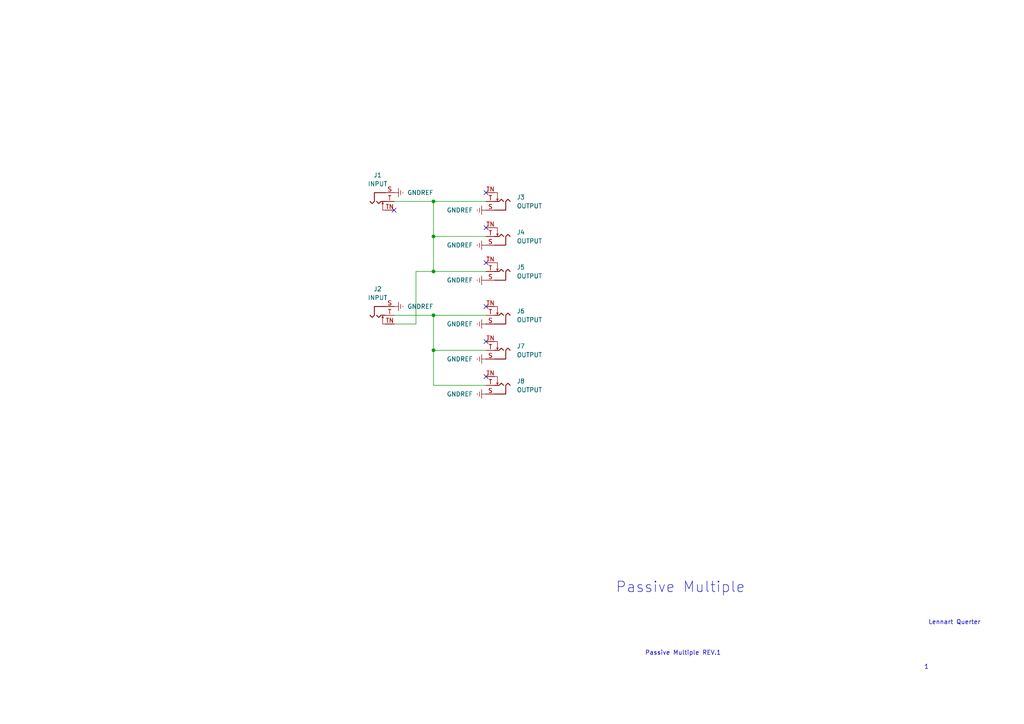
<source format=kicad_sch>
(kicad_sch (version 20231120) (generator "eeschema") (generator_version "8.0")
  (paper "A4")
  (lib_symbols
    (symbol "power:GNDREF" (power) (pin_numbers hide) (pin_names (offset 0) hide)
      (property "Value" "GNDREF" (at 0 -3.81 0))
      (symbol "GNDREF_0_1"
        (polyline (pts (xy -0.635 -1.905) (xy 0.635 -1.905)))
        (polyline (pts (xy -0.127 -2.54) (xy 0.127 -2.54)))
        (polyline (pts (xy 0 -1.27) (xy 0 0)))
        (polyline (pts (xy 1.27 -1.27) (xy -1.27 -1.27)))
      )
      (symbol "GNDREF_1_1"
        (pin power_in line (at 0 0 270) (length 0) (name "~") (number "1"))
      )
    )
    (symbol "synth:AudioJack_Mono_3.5mm"
      (property "Reference" "J" (at 0 8.89 0))
      (property "Value" "AudioJack_Mono_3.5mm" (at 0 6.35 0))
      (symbol "AudioJack_Mono_3.5mm_0_1"
        (polyline (pts (xy 1.778 -0.254) (xy 2.032 -0.762)))
        (polyline (pts (xy 0 0) (xy 0.635 -0.635) (xy 1.27 0) (xy 2.54 0)) (stroke (width 0.254)))
        (polyline (pts (xy 2.54 -2.54) (xy 1.778 -2.54) (xy 1.778 -0.254) (xy 1.524 -0.762)))
        (polyline (pts (xy 2.54 2.54) (xy -0.635 2.54) (xy -0.635 0) (xy -1.27 -0.635) (xy -1.905 0)) (stroke (width 0.254)))
      )
      (symbol "AudioJack_Mono_3.5mm_1_1"
        (pin passive line (at 5.08 2.54 180) (length 2.54) (name "~") (number "S"))
        (pin passive line (at 5.08 0 180) (length 2.54) (name "~") (number "T"))
        (pin passive line (at 5.08 -2.54 180) (length 2.54) (name "~") (number "TN"))
      )
    )
  )
  (junction (at 125.73 68.58))
  (junction (at 125.73 91.44))
  (junction (at 125.73 101.6))
  (junction (at 125.73 78.74))
  (junction (at 125.73 58.42))
  (no_connect (at 114.3 60.96))
  (no_connect (at 140.97 99.06))
  (no_connect (at 140.97 109.22))
  (no_connect (at 140.97 55.88))
  (no_connect (at 140.97 76.2))
  (no_connect (at 140.97 66.04))
  (no_connect (at 140.97 88.9))
  (wire (pts (xy 125.73 68.58) (xy 140.97 68.58)))
  (wire (pts (xy 140.97 111.76) (xy 125.73 111.76)))
  (wire (pts (xy 125.73 111.76) (xy 125.73 101.6)))
  (wire (pts (xy 114.3 58.42) (xy 125.73 58.42)))
  (wire (pts (xy 114.3 91.44) (xy 125.73 91.44)))
  (wire (pts (xy 120.65 93.98) (xy 120.65 78.74)))
  (wire (pts (xy 125.73 78.74) (xy 125.73 68.58)))
  (wire (pts (xy 114.3 93.98) (xy 120.65 93.98)))
  (wire (pts (xy 125.73 101.6) (xy 125.73 91.44)))
  (wire (pts (xy 125.73 101.6) (xy 140.97 101.6)))
  (wire (pts (xy 120.65 78.74) (xy 125.73 78.74)))
  (wire (pts (xy 125.73 91.44) (xy 140.97 91.44)))
  (wire (pts (xy 125.73 68.58) (xy 125.73 58.42)))
  (wire (pts (xy 140.97 78.74) (xy 125.73 78.74)))
  (wire (pts (xy 125.73 58.42) (xy 140.97 58.42)))
  (text "Passive Multiple REV.1" (at 198.12 189.484 0) (effects (font (size 1.27 1.27))))
  (text "1" (at 268.732 193.548 0) (effects (font (size 1.27 1.27))))
  (text "Passive Multiple" (at 197.358 170.434 0) (effects (font (size 3.048 3.048))))
  (text "Lennart Querter" (at 276.86 180.594 0) (effects (font (size 1.27 1.27))))
  (symbol (lib_id "synth:AudioJack_Mono_3.5mm") (at 109.22 91.44 0) (unit 1)
    (property "Reference" "J2" (at 109.5375 83.82 0))
    (property "Value" "INPUT" (at 109.5375 86.36 0))
    (property "Footprint" "Synth:Jack_3.5mm_QingPu_WQP-PJ398SM_tight-fit" (effects (hide yes)))
    (property "Description" "Audio Jack, 2 Poles (Mono / TS), Switched T Pole (Normalling)" (effects (hide yes)))
  )
  (symbol (lib_id "synth:AudioJack_Mono_3.5mm") (at 146.05 91.44 180) (unit 1)
    (property "Reference" "J6" (at 149.86 90.2334 0) (effects (justify right)))
    (property "Value" "OUTPUT" (at 149.86 92.7734 0) (effects (justify right)))
    (property "Footprint" "Synth:Jack_3.5mm_QingPu_WQP-PJ398SM_tight-fit" (effects (hide yes)))
    (property "Description" "Audio Jack, 2 Poles (Mono / TS), Switched T Pole (Normalling)" (effects (hide yes)))
  )
  (symbol (lib_id "power:GNDREF") (at 140.97 93.98 270) (unit 1)
    (property "Reference" "#PWR06" (effects (hide yes)))
    (property "Value" "GNDREF" (at 137.16 93.9799 90) (effects (justify right)))
    (property "Description" "Power symbol creates a global label with name \"GNDREF\" , reference supply ground" (effects (hide yes)))
  )
  (symbol (lib_id "synth:AudioJack_Mono_3.5mm") (at 146.05 78.74 180) (unit 1)
    (property "Reference" "J5" (at 149.86 77.5334 0) (effects (justify right)))
    (property "Value" "OUTPUT" (at 149.86 80.0734 0) (effects (justify right)))
    (property "Footprint" "Synth:Jack_3.5mm_QingPu_WQP-PJ398SM_tight-fit" (effects (hide yes)))
    (property "Description" "Audio Jack, 2 Poles (Mono / TS), Switched T Pole (Normalling)" (effects (hide yes)))
  )
  (symbol (lib_id "power:GNDREF") (at 114.3 55.88 90) (unit 1)
    (property "Reference" "#PWR01" (effects (hide yes)))
    (property "Value" "GNDREF" (at 118.11 55.8799 90) (effects (justify right)))
    (property "Description" "Power symbol creates a global label with name \"GNDREF\" , reference supply ground" (effects (hide yes)))
  )
  (symbol (lib_id "power:GNDREF") (at 140.97 71.12 270) (unit 1)
    (property "Reference" "#PWR04" (effects (hide yes)))
    (property "Value" "GNDREF" (at 137.16 71.1199 90) (effects (justify right)))
    (property "Description" "Power symbol creates a global label with name \"GNDREF\" , reference supply ground" (effects (hide yes)))
  )
  (symbol (lib_id "power:GNDREF") (at 140.97 81.28 270) (unit 1)
    (property "Reference" "#PWR05" (effects (hide yes)))
    (property "Value" "GNDREF" (at 137.16 81.2799 90) (effects (justify right)))
    (property "Description" "Power symbol creates a global label with name \"GNDREF\" , reference supply ground" (effects (hide yes)))
  )
  (symbol (lib_id "synth:AudioJack_Mono_3.5mm") (at 146.05 111.76 180) (unit 1)
    (property "Reference" "J8" (at 149.86 110.5534 0) (effects (justify right)))
    (property "Value" "OUTPUT" (at 149.86 113.0934 0) (effects (justify right)))
    (property "Footprint" "Synth:Jack_3.5mm_QingPu_WQP-PJ398SM_tight-fit" (effects (hide yes)))
    (property "Description" "Audio Jack, 2 Poles (Mono / TS), Switched T Pole (Normalling)" (effects (hide yes)))
  )
  (symbol (lib_id "power:GNDREF") (at 140.97 60.96 270) (unit 1)
    (property "Reference" "#PWR03" (effects (hide yes)))
    (property "Value" "GNDREF" (at 137.16 60.9599 90) (effects (justify right)))
    (property "Description" "Power symbol creates a global label with name \"GNDREF\" , reference supply ground" (effects (hide yes)))
  )
  (symbol (lib_id "synth:AudioJack_Mono_3.5mm") (at 146.05 101.6 180) (unit 1)
    (property "Reference" "J7" (at 149.86 100.3934 0) (effects (justify right)))
    (property "Value" "OUTPUT" (at 149.86 102.9334 0) (effects (justify right)))
    (property "Footprint" "Synth:Jack_3.5mm_QingPu_WQP-PJ398SM_tight-fit" (effects (hide yes)))
    (property "Description" "Audio Jack, 2 Poles (Mono / TS), Switched T Pole (Normalling)" (effects (hide yes)))
  )
  (symbol (lib_id "power:GNDREF") (at 114.3 88.9 90) (unit 1)
    (property "Reference" "#PWR02" (effects (hide yes)))
    (property "Value" "GNDREF" (at 118.11 88.8999 90) (effects (justify right)))
    (property "Description" "Power symbol creates a global label with name \"GNDREF\" , reference supply ground" (effects (hide yes)))
  )
  (symbol (lib_id "synth:AudioJack_Mono_3.5mm") (at 146.05 58.42 180) (unit 1)
    (property "Reference" "J3" (at 149.86 57.2134 0) (effects (justify right)))
    (property "Value" "OUTPUT" (at 149.86 59.7534 0) (effects (justify right)))
    (property "Footprint" "Synth:Jack_3.5mm_QingPu_WQP-PJ398SM_tight-fit" (effects (hide yes)))
    (property "Description" "Audio Jack, 2 Poles (Mono / TS), Switched T Pole (Normalling)" (effects (hide yes)))
  )
  (symbol (lib_id "power:GNDREF") (at 140.97 104.14 270) (unit 1)
    (property "Reference" "#PWR07" (effects (hide yes)))
    (property "Value" "GNDREF" (at 137.16 104.1399 90) (effects (justify right)))
    (property "Description" "Power symbol creates a global label with name \"GNDREF\" , reference supply ground" (effects (hide yes)))
  )
  (symbol (lib_id "power:GNDREF") (at 140.97 114.3 270) (unit 1)
    (property "Reference" "#PWR08" (effects (hide yes)))
    (property "Value" "GNDREF" (at 137.16 114.2999 90) (effects (justify right)))
    (property "Description" "Power symbol creates a global label with name \"GNDREF\" , reference supply ground" (effects (hide yes)))
  )
  (symbol (lib_id "synth:AudioJack_Mono_3.5mm") (at 146.05 68.58 180) (unit 1)
    (property "Reference" "J4" (at 149.86 67.3734 0) (effects (justify right)))
    (property "Value" "OUTPUT" (at 149.86 69.9134 0) (effects (justify right)))
    (property "Footprint" "Synth:Jack_3.5mm_QingPu_WQP-PJ398SM_tight-fit" (effects (hide yes)))
    (property "Description" "Audio Jack, 2 Poles (Mono / TS), Switched T Pole (Normalling)" (effects (hide yes)))
  )
  (symbol (lib_id "synth:AudioJack_Mono_3.5mm") (at 109.22 58.42 0) (unit 1)
    (property "Reference" "J1" (at 109.5375 50.8 0))
    (property "Value" "INPUT" (at 109.5375 53.34 0))
    (property "Footprint" "Synth:Jack_3.5mm_QingPu_WQP-PJ398SM_tight-fit" (effects (hide yes)))
    (property "Description" "Audio Jack, 2 Poles (Mono / TS), Switched T Pole (Normalling)" (effects (hide yes)))
  )
)
</source>
